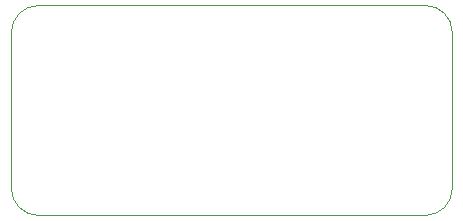
<source format=gbr>
G04 #@! TF.GenerationSoftware,KiCad,Pcbnew,5.1.6-c6e7f7d~86~ubuntu18.04.1*
G04 #@! TF.CreationDate,2021-05-10T21:06:11-07:00*
G04 #@! TF.ProjectId,usb_host_pmod,7573625f-686f-4737-945f-706d6f642e6b,rev?*
G04 #@! TF.SameCoordinates,Original*
G04 #@! TF.FileFunction,Profile,NP*
%FSLAX46Y46*%
G04 Gerber Fmt 4.6, Leading zero omitted, Abs format (unit mm)*
G04 Created by KiCad (PCBNEW 5.1.6-c6e7f7d~86~ubuntu18.04.1) date 2021-05-10 21:06:11*
%MOMM*%
%LPD*%
G01*
G04 APERTURE LIST*
G04 #@! TA.AperFunction,Profile*
%ADD10C,0.050000*%
G04 #@! TD*
G04 APERTURE END LIST*
D10*
X83566000Y-108966000D02*
G75*
G02*
X81280000Y-106680000I0J2286000D01*
G01*
X81280000Y-93472000D02*
G75*
G02*
X83566000Y-91186000I2286000J0D01*
G01*
X116332000Y-91186000D02*
G75*
G02*
X118618000Y-93472000I0J-2286000D01*
G01*
X118618000Y-106680000D02*
G75*
G02*
X116332000Y-108966000I-2286000J0D01*
G01*
X116332000Y-91186000D02*
X111506000Y-91186000D01*
X111506000Y-91186000D02*
X83566000Y-91186000D01*
X118618000Y-106680000D02*
X118618000Y-93472000D01*
X81280000Y-106680000D02*
X81280000Y-93472000D01*
X116332000Y-108966000D02*
X83566000Y-108966000D01*
M02*

</source>
